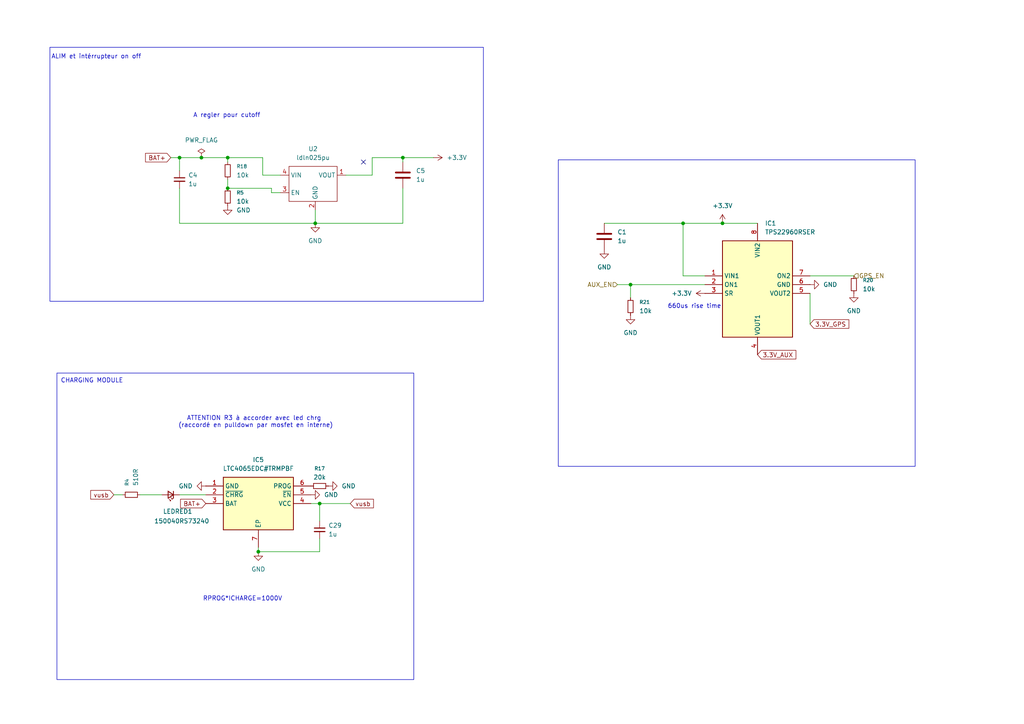
<source format=kicad_sch>
(kicad_sch (version 20250114) (generator "eeschema") (generator_version "9.0")
  (paper "A4")
  (lib_symbols
    (symbol "Device:C" (pin_numbers (hide yes)) (pin_names (offset 0.254))
      (property "Reference" "C" (at 0.635 2.54 0))
      (property "Value" "C" (at 0.635 -2.54 0))
      (symbol "C_0_1"
        (polyline (pts (xy -2.032 0.762) (xy 2.032 0.762)) (stroke (width 0.508)))
        (polyline (pts (xy -2.032 -0.762) (xy 2.032 -0.762)) (stroke (width 0.508)))
      )
      (symbol "C_1_1"
        (pin passive line (at 0 3.81 270) (length 2.794) (name "~") (number "1"))
        (pin passive line (at 0 -3.81 90) (length 2.794) (name "~") (number "2"))
      )
    )
    (symbol "Device:C_Small" (pin_numbers (hide yes)) (pin_names (offset 0.254) (hide yes))
      (property "Reference" "C" (at 0.254 1.778 0))
      (property "Value" "C_Small" (at 0.254 -2.032 0))
      (symbol "C_Small_0_1"
        (polyline (pts (xy -1.524 0.508) (xy 1.524 0.508)) (stroke (width 0.3048)))
        (polyline (pts (xy -1.524 -0.508) (xy 1.524 -0.508)) (stroke (width 0.3302)))
      )
      (symbol "C_Small_1_1"
        (pin passive line (at 0 2.54 270) (length 2.032) (name "~") (number "1"))
        (pin passive line (at 0 -2.54 90) (length 2.032) (name "~") (number "2"))
      )
    )
    (symbol "LED_Small_1" (pin_numbers (hide yes)) (pin_names (offset 0.254) (hide yes))
      (property "Reference" "D" (at -1.27 3.175 0))
      (property "Value" "LED_Small" (at -4.445 -2.54 0))
      (symbol "LED_Small_1_0_1"
        (polyline (pts (xy -0.762 -1.016) (xy -0.762 1.016)) (stroke (width 0.254)))
        (polyline (pts (xy 0 0.762) (xy -0.508 1.27) (xy -0.254 1.27) (xy -0.508 1.27) (xy -0.508 1.016)))
        (polyline (pts (xy 0.508 1.27) (xy 0 1.778) (xy 0.254 1.778) (xy 0 1.778) (xy 0 1.524)))
        (polyline (pts (xy 0.762 -1.016) (xy -0.762 0) (xy 0.762 1.016) (xy 0.762 -1.016)) (stroke (width 0.254)))
        (polyline (pts (xy 1.016 0) (xy -0.762 0)))
      )
      (symbol "LED_Small_1_1_1"
        (pin passive line (at -2.54 0 0) (length 1.778) (name "K") (number "1"))
        (pin passive line (at 2.54 0 180) (length 1.778) (name "A") (number "2"))
      )
    )
    (symbol "R_Small_1" (pin_numbers (hide yes)) (pin_names (offset 0.254) (hide yes))
      (property "Reference" "R" (at 0 0 90))
      (property "Value" "R_Small" (at 1.778 0 90))
      (symbol "R_Small_1_0_1"
        (rectangle (start -0.762 1.778) (end 0.762 -1.778) (stroke (width 0.2032)))
      )
      (symbol "R_Small_1_1_1"
        (pin passive line (at 0 2.54 270) (length 0.762) (name "~") (number "1"))
        (pin passive line (at 0 -2.54 90) (length 0.762) (name "~") (number "2"))
      )
    )
    (symbol "power:+3.3V" (power) (pin_numbers (hide yes)) (pin_names (offset 0) (hide yes))
      (property "Value" "+3.3V" (at 0 3.556 0))
      (symbol "+3.3V_0_1"
        (polyline (pts (xy -0.762 1.27) (xy 0 2.54)))
        (polyline (pts (xy 0 2.54) (xy 0.762 1.27)))
        (polyline (pts (xy 0 0) (xy 0 2.54)))
      )
      (symbol "+3.3V_1_1"
        (pin power_in line (at 0 0 90) (length 0) (name "~") (number "1"))
      )
    )
    (symbol "power:GND" (power) (pin_numbers (hide yes)) (pin_names (offset 0) (hide yes))
      (property "Value" "GND" (at 0 -3.81 0))
      (symbol "GND_0_1"
        (polyline (pts (xy 0 0) (xy 0 -1.27) (xy 1.27 -1.27) (xy 0 -2.54) (xy -1.27 -1.27) (xy 0 -1.27)))
      )
      (symbol "GND_1_1"
        (pin power_in line (at 0 0 270) (length 0) (name "~") (number "1"))
      )
    )
    (symbol "power:PWR_FLAG" (power) (pin_numbers (hide yes)) (pin_names (offset 0) (hide yes))
      (property "Value" "PWR_FLAG" (at 0 3.81 0))
      (symbol "PWR_FLAG_0_0"
        (pin power_out line (at 0 0 90) (length 0) (name "~") (number "1"))
      )
      (symbol "PWR_FLAG_0_1"
        (polyline (pts (xy 0 0) (xy 0 1.27) (xy -1.016 1.905) (xy 0 2.54) (xy 1.016 1.905) (xy 0 1.27)))
      )
    )
    (symbol "samacsys2:LTC4065EDC#TRMPBF"
      (property "Reference" "IC" (at 26.67 7.62 0))
      (property "Value" "LTC4065EDC#TRMPBF" (at 26.67 5.08 0))
      (symbol "LTC4065EDC#TRMPBF_1_1"
        (rectangle (start 5.08 2.54) (end 25.4 -12.7) (stroke (width 0.254)) (fill (type background)))
        (pin passive line (at 0 0 0) (length 5.08) (name "GND") (number "1"))
        (pin passive line (at 0 -2.54 0) (length 5.08) (name "~{CHRG}") (number "2"))
        (pin passive line (at 0 -5.08 0) (length 5.08) (name "BAT") (number "3"))
        (pin passive line (at 15.24 -17.78 90) (length 5.08) (name "EP") (number "7"))
        (pin passive line (at 30.48 0 180) (length 5.08) (name "PROG") (number "6"))
        (pin passive line (at 30.48 -2.54 180) (length 5.08) (name "~{EN}") (number "5"))
        (pin passive line (at 30.48 -5.08 180) (length 5.08) (name "VCC") (number "4"))
      )
    )
    (symbol "samacsys2:TPS22960RSER"
      (property "Reference" "IC" (at 26.67 15.24 0))
      (property "Value" "TPS22960RSER" (at 26.67 12.7 0))
      (symbol "TPS22960RSER_1_1"
        (rectangle (start 5.08 10.16) (end 25.4 -17.78) (stroke (width 0.254)) (fill (type background)))
        (pin bidirectional line (at 0 0 0) (length 5.08) (name "VIN1") (number "1"))
        (pin bidirectional line (at 0 -2.54 0) (length 5.08) (name "ON1") (number "2"))
        (pin bidirectional line (at 0 -5.08 0) (length 5.08) (name "SR") (number "3"))
        (pin power_in line (at 15.24 15.24 270) (length 5.08) (name "VIN2") (number "8"))
        (pin power_in line (at 15.24 -22.86 90) (length 5.08) (name "VOUT1") (number "4"))
        (pin bidirectional line (at 30.48 0 180) (length 5.08) (name "ON2") (number "7"))
        (pin bidirectional line (at 30.48 -2.54 180) (length 5.08) (name "GND") (number "6"))
        (pin bidirectional line (at 30.48 -5.08 180) (length 5.08) (name "VOUT2") (number "5"))
      )
    )
    (symbol "samacsys:ldln025pu"
      (property "Reference" "U" (at 0.254 7.62 0))
      (property "Value" "ldln025pu" (at 0.254 5.08 0))
      (symbol "ldln025pu_0_1"
        (rectangle (start -6.35 3.81) (end 7.62 -6.35))
      )
      (symbol "ldln025pu_1_1"
        (pin free line (at -8.89 1.27 0) (length 2.54) (name "VIN") (number "4"))
        (pin free line (at -8.89 -3.81 0) (length 2.54) (name "EN") (number "3"))
        (pin free line (at 1.27 -8.89 90) (length 2.54) (name "GND") (number "2"))
        (pin free line (at 10.16 1.27 180) (length 2.54) (name "VOUT") (number "1"))
      )
    )
  )
  (rectangle (start 16.51 108.204) (end 120.015 197.104))
  (rectangle (start 161.925 46.355) (end 265.43 135.255))
  (rectangle (start 14.478 13.716) (end 140.208 87.376))
  (text "ALIM et intérrupteur on off" (at 27.94 16.51 0) (effects (font (size 1.27 1.27))))
  (text "A regler pour cutoff" (at 65.786 33.528 0) (effects (font (size 1.27 1.27))))
  (text "RPROG*ICHARGE=1000V" (at 70.358 173.736 0) (effects (font (size 1.27 1.27))))
  (text "ATTENTION R3 à accorder avec led chrg \n(raccordé en pulldown par mosfet en interne)\n" (at 74.168 122.428 0) (effects (font (size 1.27 1.27))))
  (text "CHARGING MODULE" (at 26.67 110.49 0) (effects (font (size 1.27 1.27))))
  (text "660us rise time" (at 201.422 88.9 0) (effects (font (size 1.27 1.27))))
  (junction (at 74.93 160.02))
  (junction (at 198.12 64.77))
  (junction (at 52.07 45.72))
  (junction (at 66.04 45.72))
  (junction (at 182.88 82.55))
  (junction (at 92.71 146.05))
  (junction (at 116.84 45.72))
  (junction (at 209.55 64.77))
  (junction (at 91.44 64.77))
  (junction (at 58.42 45.72))
  (junction (at 66.04 54.61))
  (no_connect (at 105.41 46.99))
  (wire (pts (xy 116.84 45.72) (xy 116.84 46.99)))
  (wire (pts (xy 66.04 46.99) (xy 66.04 45.72)))
  (wire (pts (xy 52.07 64.77) (xy 91.44 64.77)))
  (wire (pts (xy 91.44 64.77) (xy 116.84 64.77)))
  (wire (pts (xy 66.04 54.61) (xy 78.74 54.61)))
  (wire (pts (xy 100.33 50.8) (xy 107.95 50.8)))
  (wire (pts (xy 52.07 45.72) (xy 52.07 49.53)))
  (wire (pts (xy 234.95 80.01) (xy 247.65 80.01)))
  (wire (pts (xy 58.42 45.72) (xy 66.04 45.72)))
  (wire (pts (xy 92.71 146.05) (xy 90.17 146.05)))
  (wire (pts (xy 198.12 64.77) (xy 209.55 64.77)))
  (wire (pts (xy 59.69 143.51) (xy 52.07 143.51)))
  (wire (pts (xy 92.71 151.13) (xy 92.71 146.05)))
  (wire (pts (xy 78.74 54.61) (xy 78.74 55.88)))
  (wire (pts (xy 52.07 45.72) (xy 58.42 45.72)))
  (wire (pts (xy 175.26 64.77) (xy 198.12 64.77)))
  (wire (pts (xy 78.74 55.88) (xy 81.28 55.88)))
  (wire (pts (xy 81.28 50.8) (xy 76.2 50.8)))
  (wire (pts (xy 234.95 93.98) (xy 234.95 85.09)))
  (wire (pts (xy 40.64 143.51) (xy 46.99 143.51)))
  (wire (pts (xy 101.6 146.05) (xy 92.71 146.05)))
  (wire (pts (xy 116.84 54.61) (xy 116.84 64.77)))
  (wire (pts (xy 182.88 86.36) (xy 182.88 82.55)))
  (wire (pts (xy 52.07 54.61) (xy 52.07 64.77)))
  (wire (pts (xy 74.93 160.02) (xy 74.93 158.75)))
  (wire (pts (xy 204.47 80.01) (xy 198.12 80.01)))
  (wire (pts (xy 107.95 45.72) (xy 116.84 45.72)))
  (wire (pts (xy 92.71 156.21) (xy 92.71 160.02)))
  (wire (pts (xy 49.53 45.72) (xy 52.07 45.72)))
  (wire (pts (xy 179.07 82.55) (xy 182.88 82.55)))
  (wire (pts (xy 107.95 50.8) (xy 107.95 45.72)))
  (wire (pts (xy 198.12 64.77) (xy 198.12 80.01)))
  (wire (pts (xy 182.88 82.55) (xy 204.47 82.55)))
  (wire (pts (xy 76.2 45.72) (xy 66.04 45.72)))
  (wire (pts (xy 209.55 64.77) (xy 219.71 64.77)))
  (wire (pts (xy 66.04 52.07) (xy 66.04 54.61)))
  (wire (pts (xy 33.02 143.51) (xy 35.56 143.51)))
  (wire (pts (xy 91.44 60.96) (xy 91.44 64.77)))
  (wire (pts (xy 76.2 50.8) (xy 76.2 45.72)))
  (wire (pts (xy 92.71 160.02) (xy 74.93 160.02)))
  (wire (pts (xy 116.84 45.72) (xy 125.73 45.72)))
  (global_label "3.3V_AUX" (shape input) (at 219.71 102.87 0) (property "Intersheetrefs" "${INTERSHEET_REFS}" (effects (hide yes))))
  (global_label "vusb" (shape input) (at 33.02 143.51 180) (property "Intersheetrefs" "${INTERSHEET_REFS}" (effects (hide yes))))
  (global_label "BAT+" (shape input) (at 59.69 146.05 180) (property "Intersheetrefs" "${INTERSHEET_REFS}" (effects (hide yes))))
  (global_label "3.3V_GPS" (shape input) (at 234.95 93.98 0) (property "Intersheetrefs" "${INTERSHEET_REFS}" (effects (hide yes))))
  (global_label "BAT+" (shape input) (at 49.53 45.72 180) (property "Intersheetrefs" "${INTERSHEET_REFS}" (effects (hide yes))))
  (global_label "vusb" (shape input) (at 101.6 146.05 0) (property "Intersheetrefs" "${INTERSHEET_REFS}" (effects (hide yes))))
  (hierarchical_label "AUX_EN" (shape input) (at 179.07 82.55 180))
  (hierarchical_label "GPS_EN" (shape input) (at 247.65 80.01 0))
  (symbol (lib_name "R_Small_1") (lib_id "Device:R_Small") (at 38.1 143.51 270) (unit 1)
    (property "Reference" "R4" (at 36.8299 140.97 0) (effects (font (size 1.016 1.016)) (justify right)))
    (property "Value" "510R" (at 39.3699 140.97 0) (effects (justify right)))
    (property "Footprint" "Resistor_SMD:R_0201_0603Metric_Pad0.64x0.40mm_HandSolder" (effects (hide yes)))
    (property "Description" "Resistor, small symbol" (effects (hide yes)))
  )
  (symbol (lib_id "samacsys2:TPS22960RSER") (at 204.47 80.01 0) (unit 1)
    (property "Reference" "IC1" (at 221.8533 64.77 0) (effects (justify left)))
    (property "Value" "TPS22960RSER" (at 221.8533 67.31 0) (effects (justify left)))
    (property "Footprint" "samacsys2:TPS22960RSER" (effects (hide yes)))
    (property "Datasheet" "https://www.ti.com/lit/ds/symlink/tps22960.pdf?ts=1638681846865&ref_url=https%253A%252F%252Fwww.google.com%252F" (effects (hide yes)))
    (property "Description" "Power Switch Hi Side 2-OUT 0.5A 0.848Ohm 8-Pin UQFN T/R" (effects (hide yes)))
    (property "Height" "0.6" (effects (hide yes)))
    (property "Manufacturer_Name" "Texas Instruments" (effects (hide yes)))
    (property "Manufacturer_Part_Number" "TPS22960RSER" (effects (hide yes)))
    (property "Mouser Part Number" "595-TPS22960RSER" (effects (hide yes)))
    (property "Mouser Price/Stock" "https://www.mouser.co.uk/ProductDetail/Texas-Instruments/TPS22960RSER?qs=EQxOuqCyzqQpKHLEcq5RSg%3D%3D" (effects (hide yes)))
    (property "Arrow Part Number" "TPS22960RSER" (effects (hide yes)))
    (property "Arrow Price/Stock" "https://www.arrow.com/en/products/tps22960rser/texas-instruments?region=nac" (effects (hide yes)))
  )
  (symbol (lib_id "power:GND") (at 95.25 140.97 90) (mirror x) (unit 1)
    (property "Reference" "#PWR02" (effects (hide yes)))
    (property "Value" "GND" (at 99.06 140.9699 90) (effects (justify right)))
    (property "Description" "Power symbol creates a global label with name \"GND\" , ground" (effects (hide yes)))
  )
  (symbol (lib_id "power:GND") (at 59.69 140.97 270) (unit 1)
    (property "Reference" "#PWR039" (effects (hide yes)))
    (property "Value" "GND" (at 55.88 140.9699 90) (effects (justify right)))
    (property "Description" "Power symbol creates a global label with name \"GND\" , ground" (effects (hide yes)))
  )
  (symbol (lib_name "R_Small_1") (lib_id "Device:R_Small") (at 66.04 57.15 180) (unit 1)
    (property "Reference" "R5" (at 68.58 55.8799 0) (effects (font (size 1.016 1.016)) (justify right)))
    (property "Value" "10k" (at 68.58 58.4199 0) (effects (justify right)))
    (property "Footprint" "Resistor_SMD:R_0201_0603Metric_Pad0.64x0.40mm_HandSolder" (effects (hide yes)))
    (property "Description" "Resistor, small symbol" (effects (hide yes)))
  )
  (symbol (lib_id "power:+3.3V") (at 204.47 85.09 90) (unit 1)
    (property "Reference" "#PWR033" (effects (hide yes)))
    (property "Value" "+3.3V" (at 200.66 85.0899 90) (effects (justify left)))
    (property "Description" "Power symbol creates a global label with name \"+3.3V\"" (effects (hide yes)))
  )
  (symbol (lib_name "R_Small_1") (lib_id "Device:R_Small") (at 182.88 88.9 180) (unit 1)
    (property "Reference" "R21" (at 185.42 87.6299 0) (effects (font (size 1.016 1.016)) (justify right)))
    (property "Value" "10k" (at 185.42 90.1699 0) (effects (justify right)))
    (property "Footprint" "Resistor_SMD:R_0201_0603Metric_Pad0.64x0.40mm_HandSolder" (effects (hide yes)))
    (property "Description" "Resistor, small symbol" (effects (hide yes)))
  )
  (symbol (lib_id "power:+3.3V") (at 125.73 45.72 270) (unit 1)
    (property "Reference" "#PWR06" (effects (hide yes)))
    (property "Value" "+3.3V" (at 129.54 45.7199 90) (effects (justify left)))
    (property "Description" "Power symbol creates a global label with name \"+3.3V\"" (effects (hide yes)))
  )
  (symbol (lib_id "samacsys:ldln025pu") (at 90.17 52.07 0) (unit 1)
    (property "Reference" "U2" (at 90.805 43.18 0))
    (property "Value" "ldln025pu" (at 90.805 45.72 0))
    (property "Footprint" "samacsys:ldln025pu" (effects (hide yes)))
  )
  (symbol (lib_id "power:GND") (at 74.93 160.02 0) (unit 1)
    (property "Reference" "#PWR040" (effects (hide yes)))
    (property "Value" "GND" (at 74.93 165.1 0))
    (property "Description" "Power symbol creates a global label with name \"GND\" , ground" (effects (hide yes)))
  )
  (symbol (lib_id "Device:C_Small") (at 52.07 52.07 0) (unit 1)
    (property "Reference" "C4" (at 54.61 50.8062 0) (effects (justify left)))
    (property "Value" "1u" (at 54.61 53.3462 0) (effects (justify left)))
    (property "Footprint" "Capacitor_SMD:C_0402_1005Metric" (effects (hide yes)))
    (property "Description" "Unpolarized capacitor, small symbol" (effects (hide yes)))
  )
  (symbol (lib_id "power:GND") (at 247.65 85.09 0) (unit 1)
    (property "Reference" "#PWR034" (effects (hide yes)))
    (property "Value" "GND" (at 247.65 90.17 0))
    (property "Description" "Power symbol creates a global label with name \"GND\" , ground" (effects (hide yes)))
  )
  (symbol (lib_id "power:GND") (at 91.44 64.77 0) (unit 1)
    (property "Reference" "#PWR05" (effects (hide yes)))
    (property "Value" "GND" (at 91.44 69.85 0))
    (property "Description" "Power symbol creates a global label with name \"GND\" , ground" (effects (hide yes)))
  )
  (symbol (lib_id "power:GND") (at 66.04 59.69 0) (unit 1)
    (property "Reference" "#PWR054" (effects (hide yes)))
    (property "Value" "GND" (at 68.58 60.9599 0) (effects (justify left)))
    (property "Description" "Power symbol creates a global label with name \"GND\" , ground" (effects (hide yes)))
  )
  (symbol (lib_name "LED_Small_1") (lib_id "Device:LED_Small") (at 49.53 143.51 180) (unit 1)
    (property "Reference" "LEDRED1" (at 47.244 148.336 0) (effects (justify right)))
    (property "Value" "150040RS73240" (at 44.704 151.13 0) (effects (justify right)))
    (property "Footprint" "LED_SMD:LED_0402_1005Metric" (effects (hide yes)))
    (property "Description" "Light emitting diode, small symbol" (effects (hide yes)))
    (property "Sim.Pin" "1=K 2=A" (effects (hide yes)))
    (property "Manufacturer_Name" "Wurth Elektronik" (effects (hide yes)))
    (property "Manufacturer_Part_Number" "150040GS73240" (effects (hide yes)))
    (property "Mouser Part Number" "710-150040GS73240" (effects (hide yes)))
  )
  (symbol (lib_id "Device:C") (at 175.26 68.58 0) (unit 1)
    (property "Reference" "C1" (at 179.07 67.3099 0) (effects (justify left)))
    (property "Value" "1u" (at 179.07 69.8499 0) (effects (justify left)))
    (property "Footprint" "Capacitor_SMD:C_0402_1005Metric" (effects (hide yes)))
    (property "Description" "Unpolarized capacitor" (effects (hide yes)))
  )
  (symbol (lib_name "R_Small_1") (lib_id "Device:R_Small") (at 247.65 82.55 180) (unit 1)
    (property "Reference" "R20" (at 250.19 81.2799 0) (effects (font (size 1.016 1.016)) (justify right)))
    (property "Value" "10k" (at 250.19 83.8199 0) (effects (justify right)))
    (property "Footprint" "Resistor_SMD:R_0201_0603Metric_Pad0.64x0.40mm_HandSolder" (effects (hide yes)))
    (property "Description" "Resistor, small symbol" (effects (hide yes)))
  )
  (symbol (lib_id "power:GND") (at 175.26 72.39 0) (unit 1)
    (property "Reference" "#PWR020" (effects (hide yes)))
    (property "Value" "GND" (at 175.26 77.47 0))
    (property "Description" "Power symbol creates a global label with name \"GND\" , ground" (effects (hide yes)))
  )
  (symbol (lib_id "Device:C_Small") (at 92.71 153.67 0) (unit 1)
    (property "Reference" "C29" (at 95.25 152.4062 0) (effects (justify left)))
    (property "Value" "1u" (at 95.25 154.9462 0) (effects (justify left)))
    (property "Footprint" "Capacitor_SMD:C_0402_1005Metric" (effects (hide yes)))
    (property "Description" "Unpolarized capacitor, small symbol" (effects (hide yes)))
  )
  (symbol (lib_name "R_Small_1") (lib_id "Device:R_Small") (at 92.71 140.97 90) (mirror x) (unit 1)
    (property "Reference" "R17" (at 92.71 135.89 90) (effects (font (size 1.016 1.016))))
    (property "Value" "20k" (at 92.71 138.43 90))
    (property "Footprint" "Resistor_SMD:R_0201_0603Metric_Pad0.64x0.40mm_HandSolder" (effects (hide yes)))
    (property "Description" "Resistor, small symbol" (effects (hide yes)))
  )
  (symbol (lib_id "power:PWR_FLAG") (at 58.42 45.72 0) (unit 1)
    (property "Reference" "#FLG01" (effects (hide yes)))
    (property "Value" "PWR_FLAG" (at 58.42 40.64 0))
    (property "Description" "Special symbol for telling ERC where power comes from" (effects (hide yes)))
  )
  (symbol (lib_id "power:GND") (at 90.17 143.51 90) (unit 1)
    (property "Reference" "#PWR03" (effects (hide yes)))
    (property "Value" "GND" (at 93.98 143.5099 90) (effects (justify right)))
    (property "Description" "Power symbol creates a global label with name \"GND\" , ground" (effects (hide yes)))
  )
  (symbol (lib_id "power:GND") (at 234.95 82.55 90) (unit 1)
    (property "Reference" "#PWR022" (effects (hide yes)))
    (property "Value" "GND" (at 238.76 82.5499 90) (effects (justify right)))
    (property "Description" "Power symbol creates a global label with name \"GND\" , ground" (effects (hide yes)))
  )
  (symbol (lib_id "power:GND") (at 182.88 91.44 0) (unit 1)
    (property "Reference" "#PWR041" (effects (hide yes)))
    (property "Value" "GND" (at 182.88 96.52 0))
    (property "Description" "Power symbol creates a global label with name \"GND\" , ground" (effects (hide yes)))
  )
  (symbol (lib_id "power:+3.3V") (at 209.55 64.77 0) (unit 1)
    (property "Reference" "#PWR04" (effects (hide yes)))
    (property "Value" "+3.3V" (at 209.55 59.69 0))
    (property "Description" "Power symbol creates a global label with name \"+3.3V\"" (effects (hide yes)))
  )
  (symbol (lib_name "R_Small_1") (lib_id "Device:R_Small") (at 66.04 49.53 180) (unit 1)
    (property "Reference" "R18" (at 68.58 48.2599 0) (effects (font (size 1.016 1.016)) (justify right)))
    (property "Value" "10k" (at 68.58 50.7999 0) (effects (justify right)))
    (property "Footprint" "Resistor_SMD:R_0201_0603Metric_Pad0.64x0.40mm_HandSolder" (effects (hide yes)))
    (property "Description" "Resistor, small symbol" (effects (hide yes)))
  )
  (symbol (lib_id "samacsys2:LTC4065EDC#TRMPBF") (at 59.69 140.97 0) (unit 1)
    (property "Reference" "IC5" (at 74.93 133.35 0))
    (property "Value" "LTC4065EDC#TRMPBF" (at 74.93 135.89 0))
    (property "Footprint" "samacsys2:SON50P200X200X80-7N-D" (effects (hide yes)))
    (property "Datasheet" "https://www.arrow.com/en/products/ltc4065edctrmpbf/analog-devices" (effects (hide yes)))
    (property "Description" "Battery Charger Li-Ion 500mA 4.2V 6-Pin DFN EP T/R" (effects (hide yes)))
    (property "Height" "0.8" (effects (hide yes)))
    (property "Manufacturer_Name" "Analog Devices" (effects (hide yes)))
    (property "Manufacturer_Part_Number" "LTC4065EDC#TRMPBF" (effects (hide yes)))
    (property "Mouser Part Number" "584-LTC4065EDCTRMPBF" (effects (hide yes)))
    (property "Mouser Price/Stock" "https://www.mouser.co.uk/ProductDetail/Analog-Devices/LTC4065EDCTRMPBF?qs=hVkxg5c3xu%252BjxEjwXqRRgQ%3D%3D" (effects (hide yes)))
    (property "Arrow Part Number" "LTC4065EDC#TRMPBF" (effects (hide yes)))
    (property "Arrow Price/Stock" "https://www.arrow.com/en/products/ltc4065edctrmpbf/analog-devices?region=nac" (effects (hide yes)))
  )
  (symbol (lib_id "Device:C") (at 116.84 50.8 0) (unit 1)
    (property "Reference" "C5" (at 120.65 49.5299 0) (effects (justify left)))
    (property "Value" "1u" (at 120.65 52.0699 0) (effects (justify left)))
    (property "Footprint" "Capacitor_SMD:C_0402_1005Metric" (effects (hide yes)))
    (property "Description" "Unpolarized capacitor" (effects (hide yes)))
  )
)
</source>
